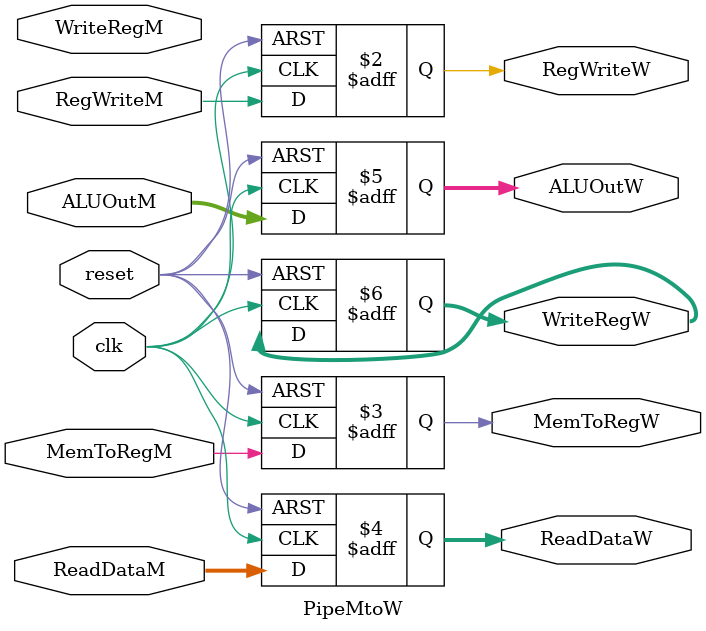
<source format=sv>
module PipeMtoW(
    input logic clk, reset,
    input logic RegWriteM, MemToRegM,
    input logic [31:0] ReadDataM,
    input logic [31:0] ALUOutM,
    input logic [4:0] WriteRegM,
    output logic RegWriteW, MemToRegW,
    output logic [31:0] ReadDataW,
    output logic [31:0] ALUOutW,
    output logic [4:0] WriteRegW
);

always_ff @(posedge clk, posedge reset) 
begin
		
        if(reset)
            begin
                 RegWriteW <= 0;
                 MemToRegW <= 0;
                 ReadDataW <= 0;
                 ALUOutW <= 0;
                 WriteRegW <= 0;
            end
        else
            begin
                 RegWriteW <= RegWriteM;
                 MemToRegW <= MemToRegM;
                 ReadDataW <= ReadDataM;
                 ALUOutW <= ALUOutM;
                 WriteRegW <= WriteRegW;    
            end
end


endmodule
</source>
